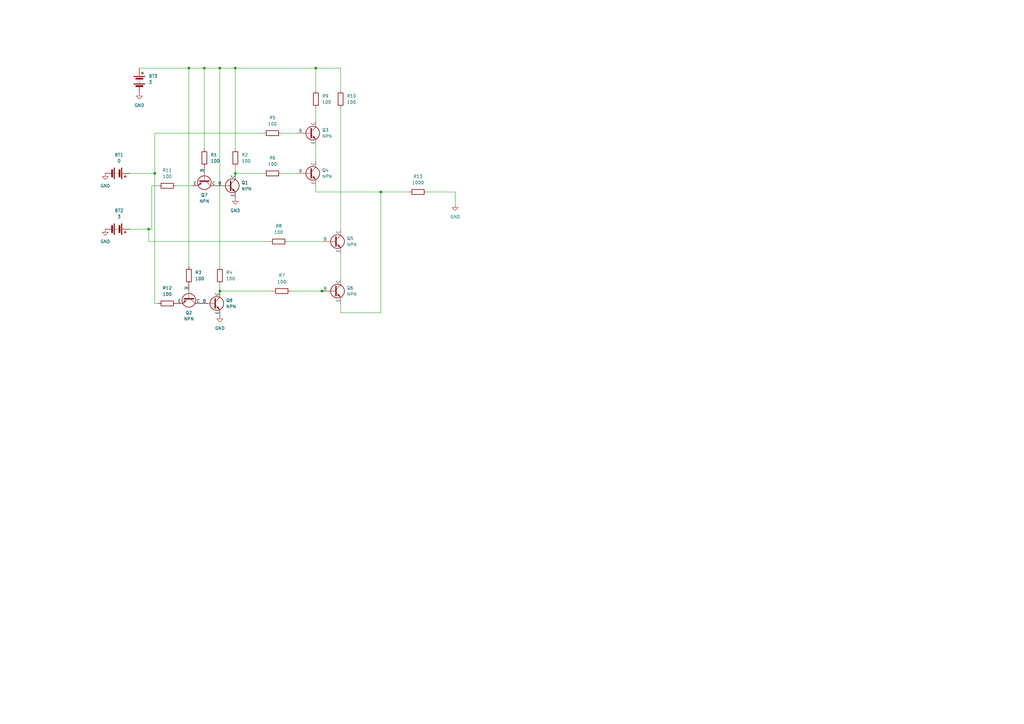
<source format=kicad_sch>
(kicad_sch (version 20230121) (generator eeschema)
  (paper "A3")
  (lib_symbols
    (symbol "Device:Battery" (pin_numbers hide) (pin_names (offset 0) hide)
      (property "Reference" "BT" (at 2.54 2.54 0))
      (property "Value" "Battery" (at 2.54 0 0))
      (symbol "Battery_0_1"
        (rectangle (start -2.286 -1.27) (end 2.286 -1.524) (fill (type outline)))
        (rectangle (start -2.286 1.778) (end 2.286 1.524) (fill (type outline)))
        (rectangle (start -1.524 -2.032) (end 1.524 -2.54) (fill (type outline)))
        (rectangle (start -1.524 1.016) (end 1.524 0.508) (fill (type outline)))
        (polyline (pts (xy 0 -1.016) (xy 0 -0.762)))
        (polyline (pts (xy 0 -0.508) (xy 0 -0.254)))
        (polyline (pts (xy 0 0) (xy 0 0.254)))
        (polyline (pts (xy 0 1.778) (xy 0 2.54)))
        (polyline (pts (xy 0.762 3.048) (xy 1.778 3.048)) (stroke (width 0.254)))
        (polyline (pts (xy 1.27 3.556) (xy 1.27 2.54)) (stroke (width 0.254)))
      )
      (symbol "Battery_1_1"
        (pin passive line (at 0 5.08 270) (length 2.54) (name "+") (number "1"))
        (pin passive line (at 0 -5.08 90) (length 2.54) (name "-") (number "2"))
      )
    )
    (symbol "Device:R" (pin_numbers hide) (pin_names (offset 0))
      (property "Reference" "R" (at 2.032 0 90))
      (property "Value" "R" (at 0 0 90))
      (symbol "R_0_1"
        (rectangle (start -1.016 -2.54) (end 1.016 2.54) (stroke (width 0.254)))
      )
      (symbol "R_1_1"
        (pin passive line (at 0 3.81 270) (length 1.27) (name "~") (number "1"))
        (pin passive line (at 0 -3.81 90) (length 1.27) (name "~") (number "2"))
      )
    )
    (symbol "Simulation_SPICE:NPN" (pin_numbers hide) (pin_names (offset 0))
      (property "Reference" "Q" (at -2.54 7.62 0))
      (property "Value" "NPN" (at -2.54 5.08 0))
      (symbol "NPN_0_1"
        (polyline (pts (xy -2.54 0) (xy 0.635 0)) (stroke (width 0.1524)))
        (polyline (pts (xy 0.635 0.635) (xy 2.54 2.54)))
        (polyline (pts (xy 2.794 -1.27) (xy 2.794 -1.27)) (stroke (width 0.1524)))
        (polyline (pts (xy 2.794 -1.27) (xy 2.794 -1.27)) (stroke (width 0.1524)))
        (polyline (pts (xy 0.635 -0.635) (xy 2.54 -2.54) (xy 2.54 -2.54)))
        (polyline (pts (xy 0.635 1.905) (xy 0.635 -1.905) (xy 0.635 -1.905)) (stroke (width 0.508)))
        (polyline (pts (xy 1.27 -1.778) (xy 1.778 -1.27) (xy 2.286 -2.286) (xy 1.27 -1.778) (xy 1.27 -1.778)) (fill (type outline)))
        (circle (center 1.27 0) (radius 2.8194) (stroke (width 0.254)))
      )
      (symbol "NPN_1_1"
        (pin open_collector line (at 2.54 5.08 270) (length 2.54) (name "C") (number "1"))
        (pin input line (at -5.08 0 0) (length 2.54) (name "B") (number "2"))
        (pin open_emitter line (at 2.54 -5.08 90) (length 2.54) (name "E") (number "3"))
      )
    )
    (symbol "power:GND" (power) (pin_names (offset 0))
      (property "Value" "GND" (at 0 -3.81 0))
      (symbol "GND_0_1"
        (polyline (pts (xy 0 0) (xy 0 -1.27) (xy 1.27 -1.27) (xy 0 -2.54) (xy -1.27 -1.27) (xy 0 -1.27)))
      )
      (symbol "GND_1_1"
        (pin power_in line (at 0 0 270) (length 0) hide (name "GND") (number "1"))
      )
    )
  )
  (junction (at 96.52 71.12))
  (junction (at 156.21 78.74))
  (junction (at 132.08 119.38))
  (junction (at 90.17 27.94))
  (junction (at 83.82 27.94))
  (junction (at 90.17 119.38))
  (junction (at 60.96 93.98))
  (junction (at 129.54 27.94))
  (junction (at 96.52 27.94))
  (junction (at 63.5 71.12))
  (junction (at 77.47 27.94))
  (wire (pts (xy 129.54 78.74) (xy 129.54 76.2)))
  (wire (pts (xy 119.38 119.38) (xy 132.08 119.38)))
  (wire (pts (xy 175.26 78.74) (xy 186.69 78.74)))
  (wire (pts (xy 77.47 27.94) (xy 83.82 27.94)))
  (wire (pts (xy 60.96 93.98) (xy 60.96 99.06)))
  (wire (pts (xy 77.47 27.94) (xy 77.47 109.22)))
  (wire (pts (xy 129.54 27.94) (xy 129.54 36.83)))
  (wire (pts (xy 129.54 59.69) (xy 129.54 66.04)))
  (wire (pts (xy 129.54 78.74) (xy 156.21 78.74)))
  (wire (pts (xy 63.5 54.61) (xy 63.5 71.12)))
  (wire (pts (xy 118.11 99.06) (xy 132.08 99.06)))
  (wire (pts (xy 60.96 99.06) (xy 110.49 99.06)))
  (wire (pts (xy 72.39 76.2) (xy 78.74 76.2)))
  (wire (pts (xy 129.54 27.94) (xy 139.7 27.94)))
  (wire (pts (xy 96.52 71.12) (xy 107.95 71.12)))
  (wire (pts (xy 139.7 128.27) (xy 139.7 124.46)))
  (wire (pts (xy 83.82 27.94) (xy 90.17 27.94)))
  (wire (pts (xy 83.82 27.94) (xy 83.82 60.96)))
  (wire (pts (xy 156.21 78.74) (xy 167.64 78.74)))
  (wire (pts (xy 90.17 119.38) (xy 111.76 119.38)))
  (wire (pts (xy 90.17 27.94) (xy 90.17 109.22)))
  (wire (pts (xy 129.54 44.45) (xy 129.54 49.53)))
  (wire (pts (xy 53.34 71.12) (xy 63.5 71.12)))
  (wire (pts (xy 139.7 44.45) (xy 139.7 93.98)))
  (wire (pts (xy 139.7 114.3) (xy 139.7 104.14)))
  (wire (pts (xy 186.69 78.74) (xy 186.69 83.82)))
  (wire (pts (xy 62.23 76.2) (xy 64.77 76.2)))
  (wire (pts (xy 115.57 71.12) (xy 121.92 71.12)))
  (wire (pts (xy 63.5 71.12) (xy 63.5 124.46)))
  (wire (pts (xy 139.7 128.27) (xy 156.21 128.27)))
  (wire (pts (xy 96.52 27.94) (xy 96.52 60.96)))
  (wire (pts (xy 156.21 128.27) (xy 156.21 78.74)))
  (wire (pts (xy 62.23 93.98) (xy 62.23 76.2)))
  (wire (pts (xy 96.52 68.58) (xy 96.52 71.12)))
  (wire (pts (xy 63.5 54.61) (xy 107.95 54.61)))
  (wire (pts (xy 132.08 119.38) (xy 133.35 119.38)))
  (wire (pts (xy 53.34 93.98) (xy 60.96 93.98)))
  (wire (pts (xy 96.52 27.94) (xy 129.54 27.94)))
  (wire (pts (xy 90.17 116.84) (xy 90.17 119.38)))
  (wire (pts (xy 115.57 54.61) (xy 121.92 54.61)))
  (wire (pts (xy 139.7 27.94) (xy 139.7 36.83)))
  (wire (pts (xy 90.17 27.94) (xy 96.52 27.94)))
  (wire (pts (xy 60.96 93.98) (xy 62.23 93.98)))
  (wire (pts (xy 57.15 27.94) (xy 77.47 27.94)))
  (wire (pts (xy 63.5 124.46) (xy 64.77 124.46)))
  (symbol (lib_id "Simulation_SPICE:NPN") (at 127 71.12 0) (unit 1)
    (property "Reference" "Q4" (at 132.08 69.85 0) (effects (justify left)))
    (property "Value" "NPN" (at 132.08 72.39 0) (effects (justify left)))
    (property "Sim.Device" "NPN" (effects hide))
    (property "Sim.Type" "GUMMELPOON" (effects hide))
    (property "Sim.Pins" "1=C 2=B 3=E" (effects hide))
  )
  (symbol (lib_id "Device:R") (at 77.47 113.03 0) (unit 1)
    (property "Reference" "R3" (at 80.01 111.76 0) (effects (justify left)))
    (property "Value" "100" (at 80.01 114.3 0) (effects (justify left)))
  )
  (symbol (lib_id "Device:R") (at 171.45 78.74 90) (unit 1)
    (property "Reference" "R13" (at 171.45 72.39 90))
    (property "Value" "1000" (at 171.45 74.93 90))
    (property "Sim.Device" "R" (effects hide))
    (property "Sim.Pins" "1=+ 2=-" (effects hide))
  )
  (symbol (lib_id "Device:Battery") (at 57.15 33.02 0) (unit 1)
    (property "Reference" "BT3" (at 60.96 31.1785 0) (effects (justify left)))
    (property "Value" "3" (at 60.96 33.7185 0) (effects (justify left)))
    (property "Sim.Device" "V" (effects hide))
    (property "Sim.Type" "DC" (effects hide))
    (property "Sim.Pins" "1=+ 2=-" (effects hide))
    (property "Sim.Params" "dc=9" (effects hide))
  )
  (symbol (lib_id "Device:Battery") (at 48.26 71.12 270) (unit 1)
    (property "Reference" "BT1" (at 48.8315 63.5 90))
    (property "Value" "0" (at 48.8315 66.04 90))
    (property "Sim.Device" "V" (effects hide))
    (property "Sim.Type" "DC" (effects hide))
    (property "Sim.Pins" "1=+ 2=-" (effects hide))
    (property "Sim.Params" "dc=0" (effects hide))
  )
  (symbol (lib_id "Simulation_SPICE:NPN") (at 127 54.61 0) (unit 1)
    (property "Reference" "Q3" (at 132.08 53.34 0) (effects (justify left)))
    (property "Value" "NPN" (at 132.08 55.88 0) (effects (justify left)))
    (property "Sim.Device" "NPN" (effects hide))
    (property "Sim.Type" "GUMMELPOON" (effects hide))
    (property "Sim.Pins" "1=C 2=B 3=E" (effects hide))
  )
  (symbol (lib_id "Device:R") (at 83.82 64.77 0) (unit 1)
    (property "Reference" "R1" (at 86.36 63.5 0) (effects (justify left)))
    (property "Value" "100" (at 86.36 66.04 0) (effects (justify left)))
  )
  (symbol (lib_id "Device:R") (at 115.57 119.38 90) (unit 1)
    (property "Reference" "R7" (at 115.57 113.03 90))
    (property "Value" "100" (at 115.57 115.57 90))
  )
  (symbol (lib_id "power:GND") (at 186.69 83.82 0) (unit 1)
    (property "Reference" "#PWR06" (effects hide))
    (property "Value" "GND" (at 186.69 88.9 0))
  )
  (symbol (lib_id "power:GND") (at 57.15 38.1 0) (unit 1)
    (property "Reference" "#PWR03" (effects hide))
    (property "Value" "GND" (at 57.15 43.18 0))
  )
  (symbol (lib_id "Simulation_SPICE:NPN") (at 93.98 76.2 0) (unit 1)
    (property "Reference" "Q1" (at 99.06 74.93 0) (effects (justify left)))
    (property "Value" "NPN" (at 99.06 77.47 0) (effects (justify left)))
    (property "Sim.Device" "NPN" (effects hide))
    (property "Sim.Type" "GUMMELPOON" (effects hide))
    (property "Sim.Pins" "1=C 2=B 3=E" (effects hide))
  )
  (symbol (lib_id "Device:R") (at 68.58 76.2 90) (unit 1)
    (property "Reference" "R11" (at 68.58 69.85 90))
    (property "Value" "100" (at 68.58 72.39 90))
  )
  (symbol (lib_id "power:GND") (at 96.52 81.28 0) (unit 1)
    (property "Reference" "#PWR04" (effects hide))
    (property "Value" "GND" (at 96.52 86.36 0))
  )
  (symbol (lib_id "Device:R") (at 96.52 64.77 0) (unit 1)
    (property "Reference" "R2" (at 99.06 63.5 0) (effects (justify left)))
    (property "Value" "100" (at 99.06 66.04 0) (effects (justify left)))
  )
  (symbol (lib_id "Device:Battery") (at 48.26 93.98 270) (unit 1)
    (property "Reference" "BT2" (at 48.8315 86.36 90))
    (property "Value" "3" (at 48.8315 88.9 90))
    (property "Sim.Device" "V" (effects hide))
    (property "Sim.Type" "DC" (effects hide))
    (property "Sim.Pins" "1=+ 2=-" (effects hide))
    (property "Sim.Params" "dc=3" (effects hide))
  )
  (symbol (lib_id "Simulation_SPICE:NPN") (at 83.82 73.66 270) (unit 1)
    (property "Reference" "Q7" (at 83.82 80.01 90))
    (property "Value" "NPN" (at 83.82 82.55 90))
    (property "Sim.Device" "NPN" (effects hide))
    (property "Sim.Type" "GUMMELPOON" (effects hide))
    (property "Sim.Pins" "1=C 2=B 3=E" (effects hide))
  )
  (symbol (lib_id "Device:R") (at 111.76 54.61 90) (unit 1)
    (property "Reference" "R5" (at 111.76 48.26 90))
    (property "Value" "100" (at 111.76 50.8 90))
  )
  (symbol (lib_id "Simulation_SPICE:NPN") (at 87.63 124.46 0) (unit 1)
    (property "Reference" "Q8" (at 92.71 123.19 0) (effects (justify left)))
    (property "Value" "NPN" (at 92.71 125.73 0) (effects (justify left)))
    (property "Sim.Device" "NPN" (effects hide))
    (property "Sim.Type" "GUMMELPOON" (effects hide))
    (property "Sim.Pins" "1=C 2=B 3=E" (effects hide))
  )
  (symbol (lib_id "power:GND") (at 90.17 129.54 0) (unit 1)
    (property "Reference" "#PWR05" (effects hide))
    (property "Value" "GND" (at 90.17 134.62 0))
  )
  (symbol (lib_id "Device:R") (at 114.3 99.06 90) (unit 1)
    (property "Reference" "R8" (at 114.3 92.71 90))
    (property "Value" "100" (at 114.3 95.25 90))
  )
  (symbol (lib_id "Device:R") (at 90.17 113.03 0) (unit 1)
    (property "Reference" "R4" (at 92.71 111.76 0) (effects (justify left)))
    (property "Value" "100" (at 92.71 114.3 0) (effects (justify left)))
  )
  (symbol (lib_id "Simulation_SPICE:NPN") (at 137.16 99.06 0) (unit 1)
    (property "Reference" "Q5" (at 142.24 97.79 0) (effects (justify left)))
    (property "Value" "NPN" (at 142.24 100.33 0) (effects (justify left)))
    (property "Sim.Device" "NPN" (effects hide))
    (property "Sim.Type" "GUMMELPOON" (effects hide))
    (property "Sim.Pins" "1=C 2=B 3=E" (effects hide))
  )
  (symbol (lib_id "Device:R") (at 129.54 40.64 0) (unit 1)
    (property "Reference" "R9" (at 132.08 39.37 0) (effects (justify left)))
    (property "Value" "100" (at 132.08 41.91 0) (effects (justify left)))
  )
  (symbol (lib_id "Device:R") (at 68.58 124.46 90) (unit 1)
    (property "Reference" "R12" (at 68.58 118.11 90))
    (property "Value" "100" (at 68.58 120.65 90))
  )
  (symbol (lib_id "Device:R") (at 139.7 40.64 0) (unit 1)
    (property "Reference" "R10" (at 142.24 39.37 0) (effects (justify left)))
    (property "Value" "100" (at 142.24 41.91 0) (effects (justify left)))
  )
  (symbol (lib_id "power:GND") (at 43.18 71.12 0) (unit 1)
    (property "Reference" "#PWR01" (effects hide))
    (property "Value" "GND" (at 43.18 76.2 0))
  )
  (symbol (lib_id "power:GND") (at 43.18 93.98 0) (unit 1)
    (property "Reference" "#PWR02" (effects hide))
    (property "Value" "GND" (at 43.18 99.06 0))
  )
  (symbol (lib_id "Simulation_SPICE:NPN") (at 137.16 119.38 0) (unit 1)
    (property "Reference" "Q6" (at 142.24 118.11 0) (effects (justify left)))
    (property "Value" "NPN" (at 142.24 120.65 0) (effects (justify left)))
    (property "Sim.Device" "NPN" (effects hide))
    (property "Sim.Type" "GUMMELPOON" (effects hide))
    (property "Sim.Pins" "1=C 2=B 3=E" (effects hide))
  )
  (symbol (lib_id "Simulation_SPICE:NPN") (at 77.47 121.92 270) (unit 1)
    (property "Reference" "Q2" (at 77.47 128.27 90))
    (property "Value" "NPN" (at 77.47 130.81 90))
    (property "Sim.Device" "NPN" (effects hide))
    (property "Sim.Type" "GUMMELPOON" (effects hide))
    (property "Sim.Pins" "1=C 2=B 3=E" (effects hide))
  )
  (symbol (lib_id "Device:R") (at 111.76 71.12 90) (unit 1)
    (property "Reference" "R6" (at 111.76 64.77 90))
    (property "Value" "100" (at 111.76 67.31 90))
  )
)
</source>
